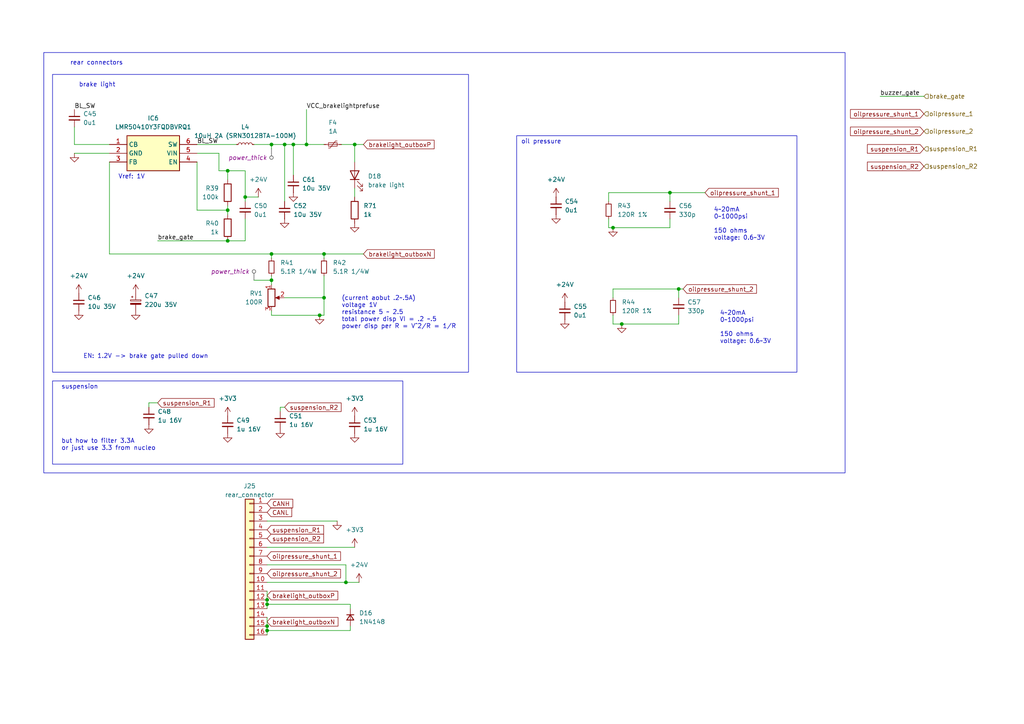
<source format=kicad_sch>
(kicad_sch (version 20231120) (generator "eeschema") (generator_version "8.0")
  (paper "A4")
  (title_block (title "EP5 rearbox ") (date "2024-08-07") (rev "1.0") (company "NTURacing") (comment 1 "郭哲明 Jack Kuo") (comment 2 "Electrical group"))
  (lib_symbols
    (symbol "Connector_Generic:Conn_01x16" (pin_names (offset 1.016) hide)
      (property "Reference" "J" (at 0 20.32 0))
      (property "Value" "Conn_01x16" (at 0 -22.86 0))
      (symbol "Conn_01x16_1_1"
        (rectangle (start -1.27 -20.193) (end 0 -20.447) (stroke (width 0.1524)))
        (rectangle (start -1.27 -17.653) (end 0 -17.907) (stroke (width 0.1524)))
        (rectangle (start -1.27 -15.113) (end 0 -15.367) (stroke (width 0.1524)))
        (rectangle (start -1.27 -12.573) (end 0 -12.827) (stroke (width 0.1524)))
        (rectangle (start -1.27 -10.033) (end 0 -10.287) (stroke (width 0.1524)))
        (rectangle (start -1.27 -7.493) (end 0 -7.747) (stroke (width 0.1524)))
        (rectangle (start -1.27 -4.953) (end 0 -5.207) (stroke (width 0.1524)))
        (rectangle (start -1.27 -2.413) (end 0 -2.667) (stroke (width 0.1524)))
        (rectangle (start -1.27 0.127) (end 0 -0.127) (stroke (width 0.1524)))
        (rectangle (start -1.27 2.667) (end 0 2.413) (stroke (width 0.1524)))
        (rectangle (start -1.27 5.207) (end 0 4.953) (stroke (width 0.1524)))
        (rectangle (start -1.27 7.747) (end 0 7.493) (stroke (width 0.1524)))
        (rectangle (start -1.27 10.287) (end 0 10.033) (stroke (width 0.1524)))
        (rectangle (start -1.27 12.827) (end 0 12.573) (stroke (width 0.1524)))
        (rectangle (start -1.27 15.367) (end 0 15.113) (stroke (width 0.1524)))
        (rectangle (start -1.27 17.907) (end 0 17.653) (stroke (width 0.1524)))
        (rectangle (start -1.27 19.05) (end 1.27 -21.59) (stroke (width 0.254)) (fill (type background)))
        (pin passive line (at -5.08 17.78 0) (length 3.81) (name "Pin_1") (number "1"))
        (pin passive line (at -5.08 -5.08 0) (length 3.81) (name "Pin_10") (number "10"))
        (pin passive line (at -5.08 -7.62 0) (length 3.81) (name "Pin_11") (number "11"))
        (pin passive line (at -5.08 -10.16 0) (length 3.81) (name "Pin_12") (number "12"))
        (pin passive line (at -5.08 -12.7 0) (length 3.81) (name "Pin_13") (number "13"))
        (pin passive line (at -5.08 -15.24 0) (length 3.81) (name "Pin_14") (number "14"))
        (pin passive line (at -5.08 -17.78 0) (length 3.81) (name "Pin_15") (number "15"))
        (pin passive line (at -5.08 -20.32 0) (length 3.81) (name "Pin_16") (number "16"))
        (pin passive line (at -5.08 15.24 0) (length 3.81) (name "Pin_2") (number "2"))
        (pin passive line (at -5.08 12.7 0) (length 3.81) (name "Pin_3") (number "3"))
        (pin passive line (at -5.08 10.16 0) (length 3.81) (name "Pin_4") (number "4"))
        (pin passive line (at -5.08 7.62 0) (length 3.81) (name "Pin_5") (number "5"))
        (pin passive line (at -5.08 5.08 0) (length 3.81) (name "Pin_6") (number "6"))
        (pin passive line (at -5.08 2.54 0) (length 3.81) (name "Pin_7") (number "7"))
        (pin passive line (at -5.08 0 0) (length 3.81) (name "Pin_8") (number "8"))
        (pin passive line (at -5.08 -2.54 0) (length 3.81) (name "Pin_9") (number "9"))
      )
    )
    (symbol "Device:C_Polarized_Small" (pin_numbers hide) (pin_names (offset 0.254) hide)
      (property "Reference" "C" (at 0.254 1.778 0))
      (property "Value" "C_Polarized_Small" (at 0.254 -2.032 0))
      (symbol "C_Polarized_Small_0_1"
        (rectangle (start -1.524 -0.3048) (end 1.524 -0.6858) (fill (type outline)))
        (rectangle (start -1.524 0.6858) (end 1.524 0.3048))
        (polyline (pts (xy -1.27 1.524) (xy -0.762 1.524)))
        (polyline (pts (xy -1.016 1.27) (xy -1.016 1.778)))
      )
      (symbol "C_Polarized_Small_1_1"
        (pin passive line (at 0 2.54 270) (length 1.8542) (name "~") (number "1"))
        (pin passive line (at 0 -2.54 90) (length 1.8542) (name "~") (number "2"))
      )
    )
    (symbol "Device:C_Small" (pin_numbers hide) (pin_names (offset 0.254) hide)
      (property "Reference" "C" (at 0.254 1.778 0))
      (property "Value" "C_Small" (at 0.254 -2.032 0))
      (symbol "C_Small_0_1"
        (polyline (pts (xy -1.524 -0.508) (xy 1.524 -0.508)) (stroke (width 0.3302)))
        (polyline (pts (xy -1.524 0.508) (xy 1.524 0.508)) (stroke (width 0.3048)))
      )
      (symbol "C_Small_1_1"
        (pin passive line (at 0 2.54 270) (length 2.032) (name "~") (number "1"))
        (pin passive line (at 0 -2.54 90) (length 2.032) (name "~") (number "2"))
      )
    )
    (symbol "Device:D_Small" (pin_numbers hide) (pin_names (offset 0.254) hide)
      (property "Reference" "D" (at -1.27 2.032 0))
      (property "Value" "D_Small" (at -3.81 -2.032 0))
      (symbol "D_Small_0_1"
        (polyline (pts (xy -0.762 -1.016) (xy -0.762 1.016)) (stroke (width 0.254)))
        (polyline (pts (xy -0.762 0) (xy 0.762 0)))
        (polyline (pts (xy 0.762 -1.016) (xy -0.762 0) (xy 0.762 1.016) (xy 0.762 -1.016)) (stroke (width 0.254)))
      )
      (symbol "D_Small_1_1"
        (pin passive line (at -2.54 0 0) (length 1.778) (name "K") (number "1"))
        (pin passive line (at 2.54 0 180) (length 1.778) (name "A") (number "2"))
      )
    )
    (symbol "Device:LED" (pin_numbers hide) (pin_names (offset 1.016) hide)
      (property "Reference" "D" (at 0 2.54 0))
      (property "Value" "LED" (at 0 -2.54 0))
      (symbol "LED_0_1"
        (polyline (pts (xy -1.27 -1.27) (xy -1.27 1.27)) (stroke (width 0.254)))
        (polyline (pts (xy -1.27 0) (xy 1.27 0)))
        (polyline (pts (xy 1.27 -1.27) (xy 1.27 1.27) (xy -1.27 0) (xy 1.27 -1.27)) (stroke (width 0.254)))
        (polyline (pts (xy -3.048 -0.762) (xy -4.572 -2.286) (xy -3.81 -2.286) (xy -4.572 -2.286) (xy -4.572 -1.524)))
        (polyline (pts (xy -1.778 -0.762) (xy -3.302 -2.286) (xy -2.54 -2.286) (xy -3.302 -2.286) (xy -3.302 -1.524)))
      )
      (symbol "LED_1_1"
        (pin passive line (at -3.81 0 0) (length 2.54) (name "K") (number "1"))
        (pin passive line (at 3.81 0 180) (length 2.54) (name "A") (number "2"))
      )
    )
    (symbol "Device:L_Small" (pin_numbers hide) (pin_names (offset 0.254) hide)
      (property "Reference" "L" (at 0.762 1.016 0))
      (property "Value" "L_Small" (at 0.762 -1.016 0))
      (symbol "L_Small_0_1"
        (arc (start 0 -2.032) (mid 0.5058 -1.524) (end 0 -1.016))
        (arc (start 0 -1.016) (mid 0.5058 -0.508) (end 0 0))
        (arc (start 0 0) (mid 0.5058 0.508) (end 0 1.016))
        (arc (start 0 1.016) (mid 0.5058 1.524) (end 0 2.032))
      )
      (symbol "L_Small_1_1"
        (pin passive line (at 0 2.54 270) (length 0.508) (name "~") (number "1"))
        (pin passive line (at 0 -2.54 90) (length 0.508) (name "~") (number "2"))
      )
    )
    (symbol "Device:Polyfuse_Small" (pin_numbers hide) (pin_names (offset 0))
      (property "Reference" "F" (at -1.905 0 90))
      (property "Value" "Polyfuse_Small" (at 1.905 0 90))
      (symbol "Polyfuse_Small_0_1"
        (rectangle (start -0.508 1.27) (end 0.508 -1.27))
        (polyline (pts (xy 0 2.54) (xy 0 -2.54)))
        (polyline (pts (xy -1.016 1.27) (xy -1.016 0.762) (xy 1.016 -0.762) (xy 1.016 -1.27)))
      )
      (symbol "Polyfuse_Small_1_1"
        (pin passive line (at 0 2.54 270) (length 0.635) (name "~") (number "1"))
        (pin passive line (at 0 -2.54 90) (length 0.635) (name "~") (number "2"))
      )
    )
    (symbol "Device:R" (pin_numbers hide) (pin_names (offset 0))
      (property "Reference" "R" (at 2.032 0 90))
      (property "Value" "R" (at 0 0 90))
      (symbol "R_0_1"
        (rectangle (start -1.016 -2.54) (end 1.016 2.54) (stroke (width 0.254)))
      )
      (symbol "R_1_1"
        (pin passive line (at 0 3.81 270) (length 1.27) (name "~") (number "1"))
        (pin passive line (at 0 -3.81 90) (length 1.27) (name "~") (number "2"))
      )
    )
    (symbol "Device:R_Potentiometer" (pin_names (offset 1.016) hide)
      (property "Reference" "RV" (at -4.445 0 90))
      (property "Value" "R_Potentiometer" (at -2.54 0 90))
      (symbol "R_Potentiometer_0_1"
        (polyline (pts (xy 2.54 0) (xy 1.524 0)))
        (polyline (pts (xy 1.143 0) (xy 2.286 0.508) (xy 2.286 -0.508) (xy 1.143 0)) (fill (type outline)))
        (rectangle (start 1.016 2.54) (end -1.016 -2.54) (stroke (width 0.254)))
      )
      (symbol "R_Potentiometer_1_1"
        (pin passive line (at 0 3.81 270) (length 1.27) (name "1") (number "1"))
        (pin passive line (at 3.81 0 180) (length 1.27) (name "2") (number "2"))
        (pin passive line (at 0 -3.81 90) (length 1.27) (name "3") (number "3"))
      )
    )
    (symbol "Device:R_Small" (pin_numbers hide) (pin_names (offset 0.254) hide)
      (property "Reference" "R" (at 0.762 0.508 0))
      (property "Value" "R_Small" (at 0.762 -1.016 0))
      (symbol "R_Small_0_1"
        (rectangle (start -0.762 1.778) (end 0.762 -1.778) (stroke (width 0.2032)))
      )
      (symbol "R_Small_1_1"
        (pin passive line (at 0 2.54 270) (length 0.762) (name "~") (number "1"))
        (pin passive line (at 0 -2.54 90) (length 0.762) (name "~") (number "2"))
      )
    )
    (symbol "SamacSys_Parts:LMR50410Y3FQDBVRQ1"
      (property "Reference" "IC" (at 21.59 7.62 0))
      (property "Value" "LMR50410Y3FQDBVRQ1" (at 21.59 5.08 0))
      (symbol "LMR50410Y3FQDBVRQ1_1_1"
        (rectangle (start 5.08 2.54) (end 20.32 -7.62) (stroke (width 0.254)) (fill (type background)))
        (pin passive line (at 0 0 0) (length 5.08) (name "CB") (number "1"))
        (pin passive line (at 0 -2.54 0) (length 5.08) (name "GND") (number "2"))
        (pin passive line (at 0 -5.08 0) (length 5.08) (name "FB") (number "3"))
        (pin passive line (at 25.4 -5.08 180) (length 5.08) (name "EN") (number "4"))
        (pin passive line (at 25.4 -2.54 180) (length 5.08) (name "VIN") (number "5"))
        (pin passive line (at 25.4 0 180) (length 5.08) (name "SW") (number "6"))
      )
    )
    (symbol "power:+24V" (power) (pin_numbers hide) (pin_names (offset 0) hide)
      (property "Value" "+24V" (at 0 3.556 0))
      (symbol "+24V_0_1"
        (polyline (pts (xy -0.762 1.27) (xy 0 2.54)))
        (polyline (pts (xy 0 0) (xy 0 2.54)))
        (polyline (pts (xy 0 2.54) (xy 0.762 1.27)))
      )
      (symbol "+24V_1_1"
        (pin power_in line (at 0 0 90) (length 0) (name "~") (number "1"))
      )
    )
    (symbol "power:+3V3" (power) (pin_numbers hide) (pin_names (offset 0) hide)
      (property "Value" "+3V3" (at 0 3.556 0))
      (symbol "+3V3_0_1"
        (polyline (pts (xy -0.762 1.27) (xy 0 2.54)))
        (polyline (pts (xy 0 0) (xy 0 2.54)))
        (polyline (pts (xy 0 2.54) (xy 0.762 1.27)))
      )
      (symbol "+3V3_1_1"
        (pin power_in line (at 0 0 90) (length 0) (name "~") (number "1"))
      )
    )
    (symbol "power:GND" (power) (pin_numbers hide) (pin_names (offset 0) hide)
      (property "Value" "GND" (at 0 -3.81 0))
      (symbol "GND_0_1"
        (polyline (pts (xy 0 0) (xy 0 -1.27) (xy 1.27 -1.27) (xy 0 -2.54) (xy -1.27 -1.27) (xy 0 -1.27)))
      )
      (symbol "GND_1_1"
        (pin power_in line (at 0 0 270) (length 0) (name "~") (number "1"))
      )
    )
  )
  (junction (at 78.74 73.66))
  (junction (at 88.9 41.91))
  (junction (at 102.87 41.91))
  (junction (at 77.47 181.61))
  (junction (at 100.33 168.91))
  (junction (at 93.98 86.36))
  (junction (at 71.12 57.15))
  (junction (at 77.47 173.99))
  (junction (at 66.04 49.53))
  (junction (at 180.34 93.98))
  (junction (at 66.04 60.96))
  (junction (at 93.98 73.66))
  (junction (at 77.47 182.88))
  (junction (at 77.47 175.26))
  (junction (at 66.04 69.85))
  (junction (at 82.55 41.91))
  (junction (at 196.85 83.82))
  (junction (at 78.74 41.91))
  (junction (at 85.09 41.91))
  (junction (at 92.71 91.44))
  (junction (at 194.31 55.88))
  (junction (at 177.8 66.04))
  (junction (at 78.74 81.28))
  (wire (pts (xy 71.12 69.85) (xy 66.04 69.85)))
  (wire (pts (xy 102.87 57.15) (xy 102.87 54.61)))
  (wire (pts (xy 93.98 74.93) (xy 93.98 73.66)))
  (wire (pts (xy 176.53 63.5) (xy 176.53 66.04)))
  (wire (pts (xy 81.28 118.11) (xy 82.55 118.11)))
  (wire (pts (xy 88.9 31.75) (xy 88.9 41.91)))
  (wire (pts (xy 78.74 43.18) (xy 78.74 41.91)))
  (wire (pts (xy 66.04 59.69) (xy 66.04 60.96)))
  (wire (pts (xy 97.79 151.13) (xy 77.47 151.13)))
  (wire (pts (xy 78.74 81.28) (xy 78.74 82.55)))
  (wire (pts (xy 21.59 44.45) (xy 31.75 44.45)))
  (wire (pts (xy 77.47 171.45) (xy 77.47 173.99)))
  (wire (pts (xy 82.55 58.42) (xy 82.55 41.91)))
  (wire (pts (xy 57.15 46.99) (xy 57.15 60.96)))
  (wire (pts (xy 177.8 83.82) (xy 196.85 83.82)))
  (wire (pts (xy 71.12 49.53) (xy 71.12 57.15)))
  (wire (pts (xy 104.14 168.91) (xy 100.33 168.91)))
  (wire (pts (xy 177.8 93.98) (xy 180.34 93.98)))
  (wire (pts (xy 31.75 46.99) (xy 31.75 73.66)))
  (wire (pts (xy 63.5 44.45) (xy 57.15 44.45)))
  (wire (pts (xy 78.74 41.91) (xy 82.55 41.91)))
  (wire (pts (xy 102.87 46.99) (xy 102.87 41.91)))
  (wire (pts (xy 93.98 41.91) (xy 88.9 41.91)))
  (wire (pts (xy 57.15 60.96) (xy 66.04 60.96)))
  (wire (pts (xy 66.04 49.53) (xy 71.12 49.53)))
  (wire (pts (xy 71.12 57.15) (xy 74.93 57.15)))
  (wire (pts (xy 180.34 93.98) (xy 196.85 93.98)))
  (wire (pts (xy 267.97 27.94) (xy 255.27 27.94)))
  (wire (pts (xy 66.04 62.23) (xy 66.04 60.96)))
  (wire (pts (xy 93.98 91.44) (xy 92.71 91.44)))
  (wire (pts (xy 102.87 41.91) (xy 105.41 41.91)))
  (wire (pts (xy 77.47 163.83) (xy 100.33 163.83)))
  (wire (pts (xy 194.31 55.88) (xy 194.31 58.42)))
  (wire (pts (xy 93.98 80.01) (xy 93.98 86.36)))
  (wire (pts (xy 45.72 69.85) (xy 66.04 69.85)))
  (wire (pts (xy 101.6 175.26) (xy 101.6 176.53)))
  (wire (pts (xy 176.53 66.04) (xy 177.8 66.04)))
  (wire (pts (xy 81.28 119.38) (xy 81.28 118.11)))
  (wire (pts (xy 85.09 41.91) (xy 88.9 41.91)))
  (wire (pts (xy 194.31 55.88) (xy 204.47 55.88)))
  (wire (pts (xy 31.75 41.91) (xy 21.59 41.91)))
  (wire (pts (xy 100.33 168.91) (xy 100.33 163.83)))
  (wire (pts (xy 43.18 116.84) (xy 43.18 118.11)))
  (wire (pts (xy 68.58 41.91) (xy 57.15 41.91)))
  (wire (pts (xy 21.59 41.91) (xy 21.59 36.83)))
  (wire (pts (xy 196.85 83.82) (xy 196.85 86.36)))
  (wire (pts (xy 78.74 73.66) (xy 31.75 73.66)))
  (wire (pts (xy 82.55 41.91) (xy 85.09 41.91)))
  (wire (pts (xy 77.47 158.75) (xy 102.87 158.75)))
  (wire (pts (xy 73.66 41.91) (xy 78.74 41.91)))
  (wire (pts (xy 78.74 91.44) (xy 92.71 91.44)))
  (wire (pts (xy 43.18 116.84) (xy 45.72 116.84)))
  (wire (pts (xy 177.8 91.44) (xy 177.8 93.98)))
  (wire (pts (xy 78.74 74.93) (xy 78.74 73.66)))
  (wire (pts (xy 77.47 182.88) (xy 77.47 184.15)))
  (wire (pts (xy 82.55 86.36) (xy 93.98 86.36)))
  (wire (pts (xy 77.47 168.91) (xy 100.33 168.91)))
  (wire (pts (xy 78.74 73.66) (xy 93.98 73.66)))
  (wire (pts (xy 196.85 91.44) (xy 196.85 93.98)))
  (wire (pts (xy 176.53 55.88) (xy 176.53 58.42)))
  (wire (pts (xy 77.47 173.99) (xy 77.47 175.26)))
  (wire (pts (xy 71.12 63.5) (xy 71.12 69.85)))
  (wire (pts (xy 196.85 83.82) (xy 198.12 83.82)))
  (wire (pts (xy 93.98 86.36) (xy 93.98 91.44)))
  (wire (pts (xy 77.47 182.88) (xy 77.47 181.61)))
  (wire (pts (xy 99.06 41.91) (xy 102.87 41.91)))
  (wire (pts (xy 78.74 91.44) (xy 78.74 90.17)))
  (wire (pts (xy 194.31 63.5) (xy 194.31 66.04)))
  (wire (pts (xy 105.41 73.66) (xy 93.98 73.66)))
  (wire (pts (xy 77.47 175.26) (xy 101.6 175.26)))
  (wire (pts (xy 77.47 175.26) (xy 77.47 176.53)))
  (wire (pts (xy 177.8 83.82) (xy 177.8 86.36)))
  (wire (pts (xy 73.66 81.28) (xy 78.74 81.28)))
  (wire (pts (xy 71.12 57.15) (xy 71.12 58.42)))
  (wire (pts (xy 177.8 66.04) (xy 194.31 66.04)))
  (wire (pts (xy 63.5 49.53) (xy 63.5 44.45)))
  (wire (pts (xy 78.74 81.28) (xy 78.74 80.01)))
  (wire (pts (xy 85.09 50.8) (xy 85.09 41.91)))
  (wire (pts (xy 77.47 182.88) (xy 101.6 182.88)))
  (wire (pts (xy 77.47 179.07) (xy 77.47 181.61)))
  (wire (pts (xy 101.6 182.88) (xy 101.6 181.61)))
  (wire (pts (xy 176.53 55.88) (xy 194.31 55.88)))
  (wire (pts (xy 66.04 49.53) (xy 63.5 49.53)))
  (wire (pts (xy 66.04 52.07) (xy 66.04 49.53)))
  (rectangle (start 149.86 39.37) (end 231.14 107.95))
  (rectangle (start 15.24 110.49) (end 116.84 134.62))
  (rectangle (start 15.24 21.59) (end 135.89 107.95))
  (rectangle (start 12.7 15.24) (end 245.11 137.16))
  (text "brake light\n" (at 22.86 25.4 0) (effects (font (size 1.27 1.27)) (justify left bottom)))
  (text "4~20mA\n0~1000psi\n\n150 ohms\nvoltage: 0.6~3V" (at 207.01 69.85 0) (effects (font (size 1.27 1.27)) (justify left bottom)))
  (text "suspension" (at 17.78 113.03 0) (effects (font (size 1.27 1.27)) (justify left bottom)))
  (text "(current aobut .2~.5A)\nvoltage 1V\nresistance 5 ~ 2.5\ntotal power disp VI = .2 ~.5\npower disp per R = V^2/R = 1/R" (at 99.06 95.504 0) (effects (font (size 1.27 1.27)) (justify left bottom)))
  (text "Vref: 1V" (at 34.29 52.07 0) (effects (font (size 1.27 1.27)) (justify left bottom)))
  (text "oil pressure" (at 151.13 41.91 0) (effects (font (size 1.27 1.27)) (justify left bottom)))
  (text "EN: 1.2V -> brake gate pulled down" (at 24.13 104.14 0) (effects (font (size 1.27 1.27)) (justify left bottom)))
  (text "rear connectors" (at 20.32 19.05 0) (effects (font (size 1.27 1.27)) (justify left bottom)))
  (text "but how to filter 3.3A\nor just use 3.3 from nucleo" (at 17.78 130.81 0) (effects (font (size 1.27 1.27)) (justify left bottom)))
  (text "4~20mA\n0~1000psi\n\n150 ohms\nvoltage: 0.6~3V" (at 208.788 99.822 0) (effects (font (size 1.27 1.27)) (justify left bottom)))
  (label "BL_SW" (at 21.59 31.75 0))
  (label "buzzer_gate" (at 255.27 27.94 0))
  (label "BL_SW" (at 57.15 41.91 0))
  (label "brake_gate" (at 45.72 69.85 0))
  (label "VCC_brakelightprefuse" (at 88.9 31.75 0))
  (global_label "brakelight_outboxP" (shape input) (at 77.47 172.72 0) (property "Intersheetrefs" "${INTERSHEET_REFS}" (effects (hide yes))))
  (global_label "suspension_R2" (shape input) (at 77.47 156.21 0) (property "Intersheetrefs" "${INTERSHEET_REFS}" (effects (hide yes))))
  (global_label "oilpressure_shunt_2" (shape input) (at 77.47 166.37 0) (property "Intersheetrefs" "${INTERSHEET_REFS}" (effects (hide yes))))
  (global_label "oilpressure_shunt_1" (shape input) (at 204.47 55.88 0) (property "Intersheetrefs" "${INTERSHEET_REFS}" (effects (hide yes))))
  (global_label "oilpressure_shunt_1" (shape input) (at 267.97 33.02 180) (property "Intersheetrefs" "${INTERSHEET_REFS}" (effects (hide yes))))
  (global_label "CANH" (shape input) (at 77.47 146.05 0) (property "Intersheetrefs" "${INTERSHEET_REFS}" (effects (hide yes))))
  (global_label "brakelight_outboxN" (shape input) (at 77.47 180.34 0) (property "Intersheetrefs" "${INTERSHEET_REFS}" (effects (hide yes))))
  (global_label "suspension_R2" (shape input) (at 82.55 118.11 0) (property "Intersheetrefs" "${INTERSHEET_REFS}" (effects (hide yes))))
  (global_label "suspension_R1" (shape input) (at 45.72 116.84 0) (property "Intersheetrefs" "${INTERSHEET_REFS}" (effects (hide yes))))
  (global_label "brakelight_outboxP" (shape input) (at 105.41 41.91 0) (property "Intersheetrefs" "${INTERSHEET_REFS}" (effects (hide yes))))
  (global_label "brakelight_outboxN" (shape input) (at 105.41 73.66 0) (property "Intersheetrefs" "${INTERSHEET_REFS}" (effects (hide yes))))
  (global_label "oilpressure_shunt_1" (shape input) (at 77.47 161.29 0) (property "Intersheetrefs" "${INTERSHEET_REFS}" (effects (hide yes))))
  (global_label "oilpressure_shunt_2" (shape input) (at 267.97 38.1 180) (property "Intersheetrefs" "${INTERSHEET_REFS}" (effects (hide yes))))
  (global_label "CANL" (shape input) (at 77.47 148.59 0) (property "Intersheetrefs" "${INTERSHEET_REFS}" (effects (hide yes))))
  (global_label "suspension_R1" (shape input) (at 77.47 153.67 0) (property "Intersheetrefs" "${INTERSHEET_REFS}" (effects (hide yes))))
  (global_label "suspension_R1" (shape input) (at 267.97 43.18 180) (property "Intersheetrefs" "${INTERSHEET_REFS}" (effects (hide yes))))
  (global_label "oilpressure_shunt_2" (shape input) (at 198.12 83.82 0) (property "Intersheetrefs" "${INTERSHEET_REFS}" (effects (hide yes))))
  (global_label "suspension_R2" (shape input) (at 267.97 48.26 180) (property "Intersheetrefs" "${INTERSHEET_REFS}" (effects (hide yes))))
  (hierarchical_label "oilpressure_2" (shape input) (at 267.97 38.1 0))
  (hierarchical_label "suspension_R1" (shape input) (at 267.97 43.18 0))
  (hierarchical_label "suspension_R2" (shape input) (at 267.97 48.26 0))
  (hierarchical_label "brake_gate" (shape input) (at 267.97 27.94 0))
  (hierarchical_label "oilpressure_1" (shape input) (at 267.97 33.02 0))
  (netclass_flag "" (length 2.54) (shape round) (at 78.74 43.18 180) (property "Netclass" "power_thick" (at 77.47 45.72 0) (effects (font (italic yes)) (justify right))))
  (netclass_flag "" (length 2.54) (shape round) (at 73.66 81.28 0) (property "Netclass" "power_thick" (at 72.39 78.74 0) (effects (font (italic yes)) (justify right))))
  (symbol (lib_id "Device:C_Small") (at 194.31 60.96 0) (unit 1)
    (property "Reference" "C56" (at 196.85 59.6963 0) (effects (justify left)))
    (property "Value" "330p" (at 196.85 62.2363 0) (effects (justify left)))
    (property "Footprint" "Capacitor_SMD:C_0603_1608Metric" (effects (hide yes)))
    (property "Description" "Unpolarized capacitor, small symbol" (effects (hide yes)))
  )
  (symbol (lib_id "power:+24V") (at 104.14 168.91 0) (unit 1)
    (property "Reference" "#PWR0153" (effects (hide yes)))
    (property "Value" "+24V" (at 104.14 163.83 0))
    (property "Description" "Power symbol creates a global label with name \"+24V\"" (effects (hide yes)))
  )
  (symbol (lib_id "Device:C_Small") (at 82.55 60.96 0) (unit 1)
    (property "Reference" "C52" (at 85.09 59.6962 0) (effects (justify left)))
    (property "Value" "10u 35V" (at 85.09 62.2362 0) (effects (justify left)))
    (property "Footprint" "Capacitor_SMD:C_1206_3216Metric" (effects (hide yes)))
    (property "Description" "Unpolarized capacitor, small symbol" (effects (hide yes)))
  )
  (symbol (lib_id "Device:R_Small") (at 177.8 88.9 0) (unit 1)
    (property "Reference" "R44" (at 180.34 87.6299 0) (effects (justify left)))
    (property "Value" "120R 1%" (at 180.34 90.1699 0) (effects (justify left)))
    (property "Footprint" "Resistor_SMD:R_0805_2012Metric" (effects (hide yes)))
    (property "Description" "Resistor, small symbol" (effects (hide yes)))
  )
  (symbol (lib_id "power:GND") (at 85.09 55.88 0) (unit 1)
    (property "Reference" "#PWR097" (effects (hide yes)))
    (property "Value" "GND" (effects (hide yes)))
    (property "Description" "Power symbol creates a global label with name \"GND\" , ground" (effects (hide yes)))
  )
  (symbol (lib_id "Device:C_Small") (at 71.12 60.96 0) (unit 1)
    (property "Reference" "C50" (at 73.66 59.6963 0) (effects (justify left)))
    (property "Value" "0u1" (at 73.66 62.2363 0) (effects (justify left)))
    (property "Footprint" "Capacitor_SMD:C_0603_1608Metric" (effects (hide yes)))
    (property "Description" "Unpolarized capacitor, small symbol" (effects (hide yes)))
  )
  (symbol (lib_id "power:+24V") (at 161.29 57.15 0) (unit 1)
    (property "Reference" "#PWR0154" (effects (hide yes)))
    (property "Value" "+24V" (at 161.29 52.07 0))
    (property "Description" "Power symbol creates a global label with name \"+24V\"" (effects (hide yes)))
  )
  (symbol (lib_id "Device:C_Small") (at 85.09 53.34 0) (unit 1)
    (property "Reference" "C61" (at 87.63 52.0762 0) (effects (justify left)))
    (property "Value" "10u 35V" (at 87.63 54.6162 0) (effects (justify left)))
    (property "Footprint" "Capacitor_SMD:C_1206_3216Metric" (effects (hide yes)))
    (property "Description" "Unpolarized capacitor, small symbol" (effects (hide yes)))
  )
  (symbol (lib_id "Device:R") (at 66.04 55.88 0) (mirror y) (unit 1)
    (property "Reference" "R39" (at 63.5 54.61 0) (effects (justify left)))
    (property "Value" "100k" (at 63.5 57.15 0) (effects (justify left)))
    (property "Footprint" "Resistor_SMD:R_0603_1608Metric" (effects (hide yes)))
    (property "Description" "Resistor" (effects (hide yes)))
  )
  (symbol (lib_id "Device:C_Small") (at 22.86 87.63 0) (unit 1)
    (property "Reference" "C46" (at 25.4 86.3662 0) (effects (justify left)))
    (property "Value" "10u 35V" (at 25.4 88.9062 0) (effects (justify left)))
    (property "Footprint" "Capacitor_SMD:C_1206_3216Metric" (effects (hide yes)))
    (property "Description" "Unpolarized capacitor, small symbol" (effects (hide yes)))
  )
  (symbol (lib_id "Device:D_Small") (at 101.6 179.07 270) (unit 1)
    (property "Reference" "D16" (at 104.14 177.8 90) (effects (justify left)))
    (property "Value" "1N4148" (at 104.14 180.34 90) (effects (justify left)))
    (property "Footprint" "Diode_SMD:D_MiniMELF" (effects (hide yes)))
    (property "Description" "Diode, small symbol" (effects (hide yes)))
    (property "Sim.Device" "D" (effects (hide yes)))
    (property "Sim.Pins" "1=K 2=A" (effects (hide yes)))
  )
  (symbol (lib_id "power:GND") (at 180.34 93.98 0) (unit 1)
    (property "Reference" "#PWR0159" (effects (hide yes)))
    (property "Value" "GND" (effects (hide yes)))
    (property "Description" "Power symbol creates a global label with name \"GND\" , ground" (effects (hide yes)))
  )
  (symbol (lib_id "Device:R_Potentiometer") (at 78.74 86.36 0) (unit 1)
    (property "Reference" "RV1" (at 76.2 85.09 0) (effects (justify right)))
    (property "Value" "100R" (at 76.2 87.63 0) (effects (justify right)))
    (property "Footprint" "Potentiometer_THT:Potentiometer_Vishay_T73YP_Vertical" (effects (hide yes)))
    (property "Description" "Potentiometer" (effects (hide yes)))
  )
  (symbol (lib_id "power:+3V3") (at 66.04 120.65 0) (unit 1)
    (property "Reference" "#PWR0143" (effects (hide yes)))
    (property "Value" "+3V3" (at 66.04 115.57 0))
    (property "Description" "Power symbol creates a global label with name \"+3V3\"" (effects (hide yes)))
  )
  (symbol (lib_id "Device:L_Small") (at 71.12 41.91 90) (unit 1)
    (property "Reference" "L4" (at 71.12 36.83 90))
    (property "Value" "10uH 2A (SRN3012BTA-100M)" (at 71.12 39.37 90))
    (property "Footprint" "SamacSys_Parts:SRN3012BTA100M" (effects (hide yes)))
    (property "Description" "Inductor, small symbol" (effects (hide yes)))
  )
  (symbol (lib_id "power:GND") (at 39.37 90.17 0) (unit 1)
    (property "Reference" "#PWR0141" (effects (hide yes)))
    (property "Value" "GND" (effects (hide yes)))
    (property "Description" "Power symbol creates a global label with name \"GND\" , ground" (effects (hide yes)))
  )
  (symbol (lib_id "Device:C_Polarized_Small") (at 39.37 87.63 0) (unit 1)
    (property "Reference" "C47" (at 41.91 85.8139 0) (effects (justify left)))
    (property "Value" "220u 35V" (at 41.91 88.3539 0) (effects (justify left)))
    (property "Footprint" "Capacitor_THT:CP_Radial_D8.0mm_P3.80mm" (effects (hide yes)))
    (property "Description" "Polarized capacitor, small symbol" (effects (hide yes)))
  )
  (symbol (lib_id "Device:R_Small") (at 93.98 77.47 180) (unit 1)
    (property "Reference" "R42" (at 96.52 76.1999 0) (effects (justify right)))
    (property "Value" "5.1R 1/4W" (at 96.52 78.7399 0) (effects (justify right)))
    (property "Footprint" "Resistor_THT:R_Axial_DIN0207_L6.3mm_D2.5mm_P7.62mm_Horizontal" (effects (hide yes)))
    (property "Description" "Resistor, small symbol" (effects (hide yes)))
  )
  (symbol (lib_id "Device:R_Small") (at 176.53 60.96 0) (unit 1)
    (property "Reference" "R43" (at 179.07 59.6899 0) (effects (justify left)))
    (property "Value" "120R 1%" (at 179.07 62.2299 0) (effects (justify left)))
    (property "Footprint" "Resistor_SMD:R_0805_2012Metric" (effects (hide yes)))
    (property "Description" "Resistor, small symbol" (effects (hide yes)))
  )
  (symbol (lib_id "power:+3V3") (at 102.87 158.75 0) (unit 1)
    (property "Reference" "#PWR0152" (effects (hide yes)))
    (property "Value" "+3V3" (at 102.87 153.67 0))
    (property "Description" "Power symbol creates a global label with name \"+3V3\"" (effects (hide yes)))
  )
  (symbol (lib_id "power:GND") (at 21.59 44.45 0) (unit 1)
    (property "Reference" "#PWR0137" (effects (hide yes)))
    (property "Value" "GND" (effects (hide yes)))
    (property "Description" "Power symbol creates a global label with name \"GND\" , ground" (effects (hide yes)))
  )
  (symbol (lib_id "Device:C_Small") (at 102.87 123.19 0) (unit 1)
    (property "Reference" "C53" (at 105.41 121.9263 0) (effects (justify left)))
    (property "Value" "1u 16V" (at 105.41 124.4663 0) (effects (justify left)))
    (property "Footprint" "Capacitor_SMD:C_0603_1608Metric" (effects (hide yes)))
    (property "Description" "Unpolarized capacitor, small symbol" (effects (hide yes)))
  )
  (symbol (lib_id "power:GND") (at 22.86 90.17 0) (unit 1)
    (property "Reference" "#PWR0139" (effects (hide yes)))
    (property "Value" "GND" (effects (hide yes)))
    (property "Description" "Power symbol creates a global label with name \"GND\" , ground" (effects (hide yes)))
  )
  (symbol (lib_id "Device:C_Small") (at 43.18 120.65 0) (unit 1)
    (property "Reference" "C48" (at 45.72 119.3863 0) (effects (justify left)))
    (property "Value" "1u 16V" (at 45.72 121.9263 0) (effects (justify left)))
    (property "Footprint" "Capacitor_SMD:C_0603_1608Metric" (effects (hide yes)))
    (property "Description" "Unpolarized capacitor, small symbol" (effects (hide yes)))
  )
  (symbol (lib_id "Device:R_Small") (at 78.74 77.47 180) (unit 1)
    (property "Reference" "R41" (at 81.28 76.1999 0) (effects (justify right)))
    (property "Value" "5.1R 1/4W" (at 81.28 78.7399 0) (effects (justify right)))
    (property "Footprint" "Resistor_THT:R_Axial_DIN0207_L6.3mm_D2.5mm_P7.62mm_Horizontal" (effects (hide yes)))
    (property "Description" "Resistor, small symbol" (effects (hide yes)))
  )
  (symbol (lib_id "Device:C_Small") (at 81.28 121.92 0) (unit 1)
    (property "Reference" "C51" (at 83.82 120.6563 0) (effects (justify left)))
    (property "Value" "1u 16V" (at 83.82 123.1963 0) (effects (justify left)))
    (property "Footprint" "Capacitor_SMD:C_0603_1608Metric" (effects (hide yes)))
    (property "Description" "Unpolarized capacitor, small symbol" (effects (hide yes)))
  )
  (symbol (lib_id "power:+3V3") (at 102.87 120.65 0) (unit 1)
    (property "Reference" "#PWR0150" (effects (hide yes)))
    (property "Value" "+3V3" (at 102.87 115.57 0))
    (property "Description" "Power symbol creates a global label with name \"+3V3\"" (effects (hide yes)))
  )
  (symbol (lib_id "power:GND") (at 163.83 92.71 0) (unit 1)
    (property "Reference" "#PWR0157" (effects (hide yes)))
    (property "Value" "GND" (effects (hide yes)))
    (property "Description" "Power symbol creates a global label with name \"GND\" , ground" (effects (hide yes)))
  )
  (symbol (lib_id "power:+24V") (at 39.37 85.09 0) (unit 1)
    (property "Reference" "#PWR0140" (effects (hide yes)))
    (property "Value" "+24V" (at 39.37 80.01 0))
    (property "Description" "Power symbol creates a global label with name \"+24V\"" (effects (hide yes)))
  )
  (symbol (lib_id "Device:R") (at 66.04 66.04 0) (mirror y) (unit 1)
    (property "Reference" "R40" (at 63.5 64.77 0) (effects (justify left)))
    (property "Value" "1k" (at 63.5 67.31 0) (effects (justify left)))
    (property "Footprint" "Resistor_SMD:R_0603_1608Metric" (effects (hide yes)))
    (property "Description" "Resistor" (effects (hide yes)))
  )
  (symbol (lib_id "Device:Polyfuse_Small") (at 96.52 41.91 270) (unit 1)
    (property "Reference" "F4" (at 96.52 35.56 90))
    (property "Value" "1A" (at 96.52 38.1 90))
    (property "Footprint" "Fuse:Fuse_1206_3216Metric" (effects (hide yes)))
    (property "Description" "Resettable fuse, polymeric positive temperature coefficient, small symbol" (effects (hide yes)))
  )
  (symbol (lib_id "power:+24V") (at 163.83 87.63 0) (unit 1)
    (property "Reference" "#PWR0156" (effects (hide yes)))
    (property "Value" "+24V" (at 163.83 82.55 0))
    (property "Description" "Power symbol creates a global label with name \"+24V\"" (effects (hide yes)))
  )
  (symbol (lib_id "Device:C_Small") (at 66.04 123.19 0) (unit 1)
    (property "Reference" "C49" (at 68.58 121.9263 0) (effects (justify left)))
    (property "Value" "1u 16V" (at 68.58 124.4663 0) (effects (justify left)))
    (property "Footprint" "Capacitor_SMD:C_0603_1608Metric" (effects (hide yes)))
    (property "Description" "Unpolarized capacitor, small symbol" (effects (hide yes)))
  )
  (symbol (lib_id "Device:C_Small") (at 161.29 59.69 0) (unit 1)
    (property "Reference" "C54" (at 163.83 58.4263 0) (effects (justify left)))
    (property "Value" "0u1" (at 163.83 60.9663 0) (effects (justify left)))
    (property "Footprint" "Capacitor_SMD:C_0603_1608Metric" (effects (hide yes)))
    (property "Description" "Unpolarized capacitor, small symbol" (effects (hide yes)))
  )
  (symbol (lib_id "Device:LED") (at 102.87 50.8 90) (unit 1)
    (property "Reference" "D18" (at 106.68 51.1174 90) (effects (justify right)))
    (property "Value" "brake light" (at 106.68 53.6574 90) (effects (justify right)))
    (property "Footprint" "LED_SMD:LED_0603_1608Metric" (effects (hide yes)))
    (property "Description" "Light emitting diode" (effects (hide yes)))
  )
  (symbol (lib_id "power:GND") (at 82.55 63.5 0) (unit 1)
    (property "Reference" "#PWR0147" (effects (hide yes)))
    (property "Value" "GND" (effects (hide yes)))
    (property "Description" "Power symbol creates a global label with name \"GND\" , ground" (effects (hide yes)))
  )
  (symbol (lib_id "power:GND") (at 97.79 151.13 0) (unit 1)
    (property "Reference" "#PWR0149" (effects (hide yes)))
    (property "Value" "GND" (effects (hide yes)))
    (property "Description" "Power symbol creates a global label with name \"GND\" , ground" (effects (hide yes)))
  )
  (symbol (lib_id "power:GND") (at 92.71 91.44 0) (unit 1)
    (property "Reference" "#PWR0148" (effects (hide yes)))
    (property "Value" "GND" (effects (hide yes)))
    (property "Description" "Power symbol creates a global label with name \"GND\" , ground" (effects (hide yes)))
  )
  (symbol (lib_id "power:GND") (at 161.29 62.23 0) (unit 1)
    (property "Reference" "#PWR0155" (effects (hide yes)))
    (property "Value" "GND" (effects (hide yes)))
    (property "Description" "Power symbol creates a global label with name \"GND\" , ground" (effects (hide yes)))
  )
  (symbol (lib_id "power:GND") (at 102.87 64.77 0) (unit 1)
    (property "Reference" "#PWR069" (effects (hide yes)))
    (property "Value" "GND" (effects (hide yes)))
    (property "Description" "Power symbol creates a global label with name \"GND\" , ground" (effects (hide yes)))
  )
  (symbol (lib_id "Device:R") (at 102.87 60.96 0) (unit 1)
    (property "Reference" "R71" (at 105.41 59.69 0) (effects (justify left)))
    (property "Value" "1k" (at 105.41 62.23 0) (effects (justify left)))
    (property "Footprint" "Resistor_SMD:R_0603_1608Metric" (effects (hide yes)))
    (property "Description" "Resistor" (effects (hide yes)))
  )
  (symbol (lib_id "Device:C_Small") (at 196.85 88.9 0) (unit 1)
    (property "Reference" "C57" (at 199.39 87.6363 0) (effects (justify left)))
    (property "Value" "330p" (at 199.39 90.1763 0) (effects (justify left)))
    (property "Footprint" "Capacitor_SMD:C_0603_1608Metric" (effects (hide yes)))
    (property "Description" "Unpolarized capacitor, small symbol" (effects (hide yes)))
  )
  (symbol (lib_id "power:GND") (at 177.8 66.04 0) (unit 1)
    (property "Reference" "#PWR0158" (effects (hide yes)))
    (property "Value" "GND" (effects (hide yes)))
    (property "Description" "Power symbol creates a global label with name \"GND\" , ground" (effects (hide yes)))
  )
  (symbol (lib_id "Connector_Generic:Conn_01x16") (at 72.39 163.83 0) (mirror y) (unit 1)
    (property "Reference" "J25" (at 72.39 140.97 0))
    (property "Value" "rear_connector" (at 72.39 143.51 0))
    (property "Footprint" "Connector_IDC:IDC-Header_2x08_P2.54mm_Vertical" (effects (hide yes)))
    (property "Description" "Generic connector, single row, 01x16, script generated (kicad-library-utils/schlib/autogen/connector/)" (effects (hide yes)))
  )
  (symbol (lib_id "power:+24V") (at 74.93 57.15 0) (unit 1)
    (property "Reference" "#PWR0145" (effects (hide yes)))
    (property "Value" "+24V" (at 74.93 52.07 0))
    (property "Description" "Power symbol creates a global label with name \"+24V\"" (effects (hide yes)))
  )
  (symbol (lib_id "power:GND") (at 43.18 123.19 0) (unit 1)
    (property "Reference" "#PWR0142" (effects (hide yes)))
    (property "Value" "GND" (effects (hide yes)))
    (property "Description" "Power symbol creates a global label with name \"GND\" , ground" (effects (hide yes)))
  )
  (symbol (lib_id "Device:C_Small") (at 21.59 34.29 0) (unit 1)
    (property "Reference" "C45" (at 24.13 33.0263 0) (effects (justify left)))
    (property "Value" "0u1" (at 24.13 35.5663 0) (effects (justify left)))
    (property "Footprint" "Capacitor_SMD:C_0603_1608Metric" (effects (hide yes)))
    (property "Description" "Unpolarized capacitor, small symbol" (effects (hide yes)))
  )
  (symbol (lib_id "power:GND") (at 102.87 125.73 0) (unit 1)
    (property "Reference" "#PWR0151" (effects (hide yes)))
    (property "Value" "GND" (effects (hide yes)))
    (property "Description" "Power symbol creates a global label with name \"GND\" , ground" (effects (hide yes)))
  )
  (symbol (lib_id "SamacSys_Parts:LMR50410Y3FQDBVRQ1") (at 31.75 41.91 0) (unit 1)
    (property "Reference" "IC6" (at 44.45 34.29 0))
    (property "Value" "LMR50410Y3FQDBVRQ1" (at 44.45 36.83 0))
    (property "Footprint" "SamacSys_Parts:SOT95P280X145-6N" (effects (hide yes)))
    (property "Datasheet" "https://www.ti.com/lit/ds/symlink/lmr50410-q1.pdf?ts=1611309677669" (effects (hide yes)))
    (property "Description" "LMR50410Y3FQDBVRQ1" (effects (hide yes)))
    (property "Height" "1.45" (effects (hide yes)))
    (property "Mouser Part Number" "595-R50410Y3FQDBVRQ1" (effects (hide yes)))
    (property "Mouser Price/Stock" "https://www.mouser.co.uk/ProductDetail/Texas-Instruments/LMR50410Y3FQDBVRQ1?qs=81r%252BiQLm7BTaIXwCgdOuiA%3D%3D" (effects (hide yes)))
    (property "Manufacturer_Name" "Texas Instruments" (effects (hide yes)))
    (property "Manufacturer_Part_Number" "LMR50410Y3FQDBVRQ1" (effects (hide yes)))
  )
  (symbol (lib_id "power:GND") (at 66.04 125.73 0) (unit 1)
    (property "Reference" "#PWR0144" (effects (hide yes)))
    (property "Value" "GND" (effects (hide yes)))
    (property "Description" "Power symbol creates a global label with name \"GND\" , ground" (effects (hide yes)))
  )
  (symbol (lib_id "Device:C_Small") (at 163.83 90.17 0) (unit 1)
    (property "Reference" "C55" (at 166.37 88.9063 0) (effects (justify left)))
    (property "Value" "0u1" (at 166.37 91.4463 0) (effects (justify left)))
    (property "Footprint" "Capacitor_SMD:C_0603_1608Metric" (effects (hide yes)))
    (property "Description" "Unpolarized capacitor, small symbol" (effects (hide yes)))
  )
  (symbol (lib_id "power:+24V") (at 22.86 85.09 0) (unit 1)
    (property "Reference" "#PWR0138" (effects (hide yes)))
    (property "Value" "+24V" (at 22.86 80.01 0))
    (property "Description" "Power symbol creates a global label with name \"+24V\"" (effects (hide yes)))
  )
  (symbol (lib_id "power:GND") (at 81.28 124.46 0) (unit 1)
    (property "Reference" "#PWR0146" (effects (hide yes)))
    (property "Value" "GND" (effects (hide yes)))
    (property "Description" "Power symbol creates a global label with name \"GND\" , ground" (effects (hide yes)))
  )
)
</source>
